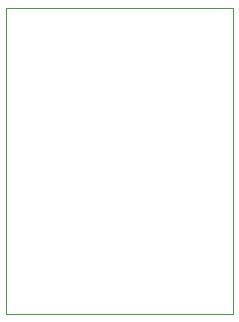
<source format=gm1>
%TF.GenerationSoftware,KiCad,Pcbnew,7.0.10*%
%TF.CreationDate,2024-03-03T23:10:31-08:00*%
%TF.ProjectId,Tracker_Band_V1,54726163-6b65-4725-9f42-616e645f5631,1*%
%TF.SameCoordinates,Original*%
%TF.FileFunction,Profile,NP*%
%FSLAX46Y46*%
G04 Gerber Fmt 4.6, Leading zero omitted, Abs format (unit mm)*
G04 Created by KiCad (PCBNEW 7.0.10) date 2024-03-03 23:10:31*
%MOMM*%
%LPD*%
G01*
G04 APERTURE LIST*
%TA.AperFunction,Profile*%
%ADD10C,0.100000*%
%TD*%
G04 APERTURE END LIST*
D10*
X122072000Y-75592000D02*
X141274000Y-75592000D01*
X141274000Y-101464000D01*
X122072000Y-101464000D01*
X122072000Y-75592000D01*
M02*

</source>
